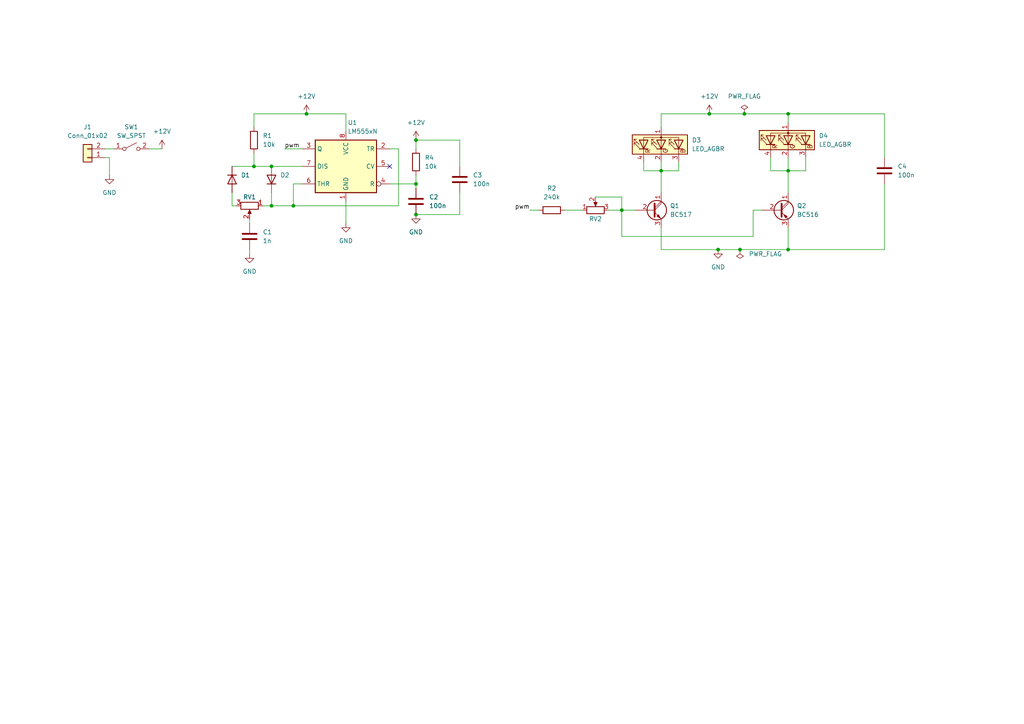
<source format=kicad_sch>
(kicad_sch (version 20211123) (generator eeschema)
  (paper "A4")
  (lib_symbols
    (symbol "Connector_Generic:Conn_01x02" (pin_names (offset 1.016) hide)
      (property "Reference" "J" (at 0 2.54 0))
      (property "Value" "Conn_01x02" (at 0 -5.08 0))
      (symbol "Conn_01x02_1_1"
        (rectangle (start -1.27 -2.413) (end 0 -2.667) (stroke (width 0.1524)))
        (rectangle (start -1.27 0.127) (end 0 -0.127) (stroke (width 0.1524)))
        (rectangle (start -1.27 1.27) (end 1.27 -3.81) (stroke (width 0.254)) (fill (type background)))
        (pin passive line (at -5.08 0 0) (length 3.81) (name "Pin_1") (number "1"))
        (pin passive line (at -5.08 -2.54 0) (length 3.81) (name "Pin_2") (number "2"))
      )
    )
    (symbol "Device:C" (pin_numbers hide) (pin_names (offset 0.254))
      (property "Reference" "C" (at 0.635 2.54 0))
      (property "Value" "C" (at 0.635 -2.54 0))
      (symbol "C_0_1"
        (polyline (pts (xy -2.032 -0.762) (xy 2.032 -0.762)) (stroke (width 0.508)))
        (polyline (pts (xy -2.032 0.762) (xy 2.032 0.762)) (stroke (width 0.508)))
      )
      (symbol "C_1_1"
        (pin passive line (at 0 3.81 270) (length 2.794) (name "~") (number "1"))
        (pin passive line (at 0 -3.81 90) (length 2.794) (name "~") (number "2"))
      )
    )
    (symbol "Device:LED_AGBR" (pin_names (offset 0) hide)
      (property "Reference" "D" (at 0 9.398 0))
      (property "Value" "LED_AGBR" (at 0 -8.89 0))
      (symbol "LED_AGBR_0_0"
        (text "B" (at -1.905 -6.35 0) (effects (font (size 1.27 1.27))))
        (text "G" (at -1.905 -1.27 0) (effects (font (size 1.27 1.27))))
        (text "R" (at -1.905 3.81 0) (effects (font (size 1.27 1.27))))
      )
      (symbol "LED_AGBR_0_1"
        (polyline (pts (xy -1.27 -5.08) (xy -2.54 -5.08)))
        (polyline (pts (xy -1.27 -5.08) (xy 1.27 -5.08)))
        (polyline (pts (xy -1.27 -3.81) (xy -1.27 -6.35)) (stroke (width 0.254)))
        (polyline (pts (xy -1.27 0) (xy -2.54 0)))
        (polyline (pts (xy -1.27 1.27) (xy -1.27 -1.27)) (stroke (width 0.254)))
        (polyline (pts (xy -1.27 5.08) (xy -2.54 5.08)))
        (polyline (pts (xy -1.27 5.08) (xy 1.27 5.08)))
        (polyline (pts (xy -1.27 6.35) (xy -1.27 3.81)) (stroke (width 0.254)))
        (polyline (pts (xy 1.27 0) (xy -1.27 0)))
        (polyline (pts (xy 1.27 0) (xy 2.54 0)))
        (polyline (pts (xy -1.27 1.27) (xy -1.27 -1.27) (xy -1.27 -1.27)))
        (polyline (pts (xy -1.27 6.35) (xy -1.27 3.81) (xy -1.27 3.81)))
        (polyline (pts (xy 1.27 -5.08) (xy 2.032 -5.08) (xy 2.032 5.08) (xy 1.27 5.08)))
        (polyline (pts (xy 1.27 -3.81) (xy 1.27 -6.35) (xy -1.27 -5.08) (xy 1.27 -3.81)) (stroke (width 0.254)))
        (polyline (pts (xy 1.27 1.27) (xy 1.27 -1.27) (xy -1.27 0) (xy 1.27 1.27)) (stroke (width 0.254)))
        (polyline (pts (xy 1.27 6.35) (xy 1.27 3.81) (xy -1.27 5.08) (xy 1.27 6.35)) (stroke (width 0.254)))
        (polyline (pts (xy -1.016 -3.81) (xy 0.508 -2.286) (xy -0.254 -2.286) (xy 0.508 -2.286) (xy 0.508 -3.048)))
        (polyline (pts (xy -1.016 1.27) (xy 0.508 2.794) (xy -0.254 2.794) (xy 0.508 2.794) (xy 0.508 2.032)))
        (polyline (pts (xy -1.016 6.35) (xy 0.508 7.874) (xy -0.254 7.874) (xy 0.508 7.874) (xy 0.508 7.112)))
        (polyline (pts (xy 0 -3.81) (xy 1.524 -2.286) (xy 0.762 -2.286) (xy 1.524 -2.286) (xy 1.524 -3.048)))
        (polyline (pts (xy 0 1.27) (xy 1.524 2.794) (xy 0.762 2.794) (xy 1.524 2.794) (xy 1.524 2.032)))
        (polyline (pts (xy 0 6.35) (xy 1.524 7.874) (xy 0.762 7.874) (xy 1.524 7.874) (xy 1.524 7.112)))
        (rectangle (start 1.27 -1.27) (end 1.27 1.27))
        (rectangle (start 1.27 1.27) (end 1.27 1.27))
        (rectangle (start 1.27 3.81) (end 1.27 6.35))
        (rectangle (start 1.27 6.35) (end 1.27 6.35))
        (circle (center 2.032 0) (radius 0.254) (fill (type outline)))
        (rectangle (start 2.794 8.382) (end -2.794 -7.62) (stroke (width 0.254)) (fill (type background)))
      )
      (symbol "LED_AGBR_1_1"
        (pin passive line (at 5.08 0 180) (length 2.54) (name "A") (number "1"))
        (pin passive line (at -5.08 0 0) (length 2.54) (name "GK") (number "2"))
        (pin passive line (at -5.08 -5.08 0) (length 2.54) (name "BK") (number "3"))
        (pin passive line (at -5.08 5.08 0) (length 2.54) (name "RK") (number "4"))
      )
    )
    (symbol "Device:R" (pin_numbers hide) (pin_names (offset 0))
      (property "Reference" "R" (at 2.032 0 90))
      (property "Value" "R" (at 0 0 90))
      (symbol "R_0_1"
        (rectangle (start -1.016 -2.54) (end 1.016 2.54) (stroke (width 0.254)))
      )
      (symbol "R_1_1"
        (pin passive line (at 0 3.81 270) (length 1.27) (name "~") (number "1"))
        (pin passive line (at 0 -3.81 90) (length 1.27) (name "~") (number "2"))
      )
    )
    (symbol "Device:R_Potentiometer" (pin_names (offset 1.016) hide)
      (property "Reference" "RV" (at -4.445 0 90))
      (property "Value" "R_Potentiometer" (at -2.54 0 90))
      (symbol "R_Potentiometer_0_1"
        (polyline (pts (xy 2.54 0) (xy 1.524 0)))
        (polyline (pts (xy 1.143 0) (xy 2.286 0.508) (xy 2.286 -0.508) (xy 1.143 0)) (fill (type outline)))
        (rectangle (start 1.016 2.54) (end -1.016 -2.54) (stroke (width 0.254)))
      )
      (symbol "R_Potentiometer_1_1"
        (pin passive line (at 0 3.81 270) (length 1.27) (name "1") (number "1"))
        (pin passive line (at 3.81 0 180) (length 1.27) (name "2") (number "2"))
        (pin passive line (at 0 -3.81 90) (length 1.27) (name "3") (number "3"))
      )
    )
    (symbol "Simulation_SPICE:DIODE" (pin_numbers hide) (pin_names (offset 1.016) hide)
      (property "Reference" "D" (at 0 2.54 0))
      (property "Value" "DIODE" (at 0 -2.54 0))
      (symbol "DIODE_0_1"
        (polyline (pts (xy 1.27 0) (xy -1.27 0)))
        (polyline (pts (xy 1.27 1.27) (xy 1.27 -1.27)) (stroke (width 0.254)))
        (polyline (pts (xy -1.27 -1.27) (xy -1.27 1.27) (xy 1.27 0) (xy -1.27 -1.27)) (stroke (width 0.254)))
      )
      (symbol "DIODE_1_1"
        (pin passive line (at -3.81 0 0) (length 2.54) (name "A") (number "1"))
        (pin passive line (at 3.81 0 180) (length 2.54) (name "K") (number "2"))
      )
    )
    (symbol "Switch:SW_SPST" (pin_names (offset 0) hide)
      (property "Reference" "SW" (at 0 3.175 0))
      (property "Value" "SW_SPST" (at 0 -2.54 0))
      (symbol "SW_SPST_0_0"
        (circle (center -2.032 0) (radius 0.508))
        (polyline (pts (xy -1.524 0.254) (xy 1.524 1.778)))
        (circle (center 2.032 0) (radius 0.508))
      )
      (symbol "SW_SPST_1_1"
        (pin passive line (at -5.08 0 0) (length 2.54) (name "A") (number "1"))
        (pin passive line (at 5.08 0 180) (length 2.54) (name "B") (number "2"))
      )
    )
    (symbol "Timer:LM555xN"
      (property "Reference" "U" (at -10.16 8.89 0))
      (property "Value" "LM555xN" (at 2.54 8.89 0))
      (symbol "LM555xN_0_0"
        (pin power_in line (at 0 -10.16 90) (length 2.54) (name "GND") (number "1"))
        (pin power_in line (at 0 10.16 270) (length 2.54) (name "VCC") (number "8"))
      )
      (symbol "LM555xN_0_1"
        (rectangle (start -8.89 -7.62) (end 8.89 7.62) (stroke (width 0.254)) (fill (type background)))
        (rectangle (start -8.89 -7.62) (end 8.89 7.62) (stroke (width 0.254)) (fill (type background)))
      )
      (symbol "LM555xN_1_1"
        (pin input line (at -12.7 5.08 0) (length 3.81) (name "TR") (number "2"))
        (pin output line (at 12.7 5.08 180) (length 3.81) (name "Q") (number "3"))
        (pin input inverted (at -12.7 -5.08 0) (length 3.81) (name "R") (number "4"))
        (pin input line (at -12.7 0 0) (length 3.81) (name "CV") (number "5"))
        (pin input line (at 12.7 -5.08 180) (length 3.81) (name "THR") (number "6"))
        (pin input line (at 12.7 0 180) (length 3.81) (name "DIS") (number "7"))
      )
    )
    (symbol "Transistor_BJT:BC516" (pin_names (offset 0) hide)
      (property "Reference" "Q" (at 5.08 1.905 0))
      (property "Value" "BC516" (at 5.08 0 0))
      (symbol "BC516_0_1"
        (polyline (pts (xy 0.635 0.635) (xy 2.54 2.54)))
        (polyline (pts (xy 0.635 -0.635) (xy 2.54 -2.54) (xy 2.54 -2.54)))
        (polyline (pts (xy 0.635 0) (xy 2.54 1.905) (xy 2.54 2.54)))
        (polyline (pts (xy 0.635 1.905) (xy 0.635 -1.905) (xy 0.635 -1.905)) (stroke (width 0.508)))
        (polyline (pts (xy 2.286 -1.778) (xy 1.778 -2.286) (xy 1.27 -1.27) (xy 2.286 -1.778) (xy 2.286 -1.778)) (fill (type outline)))
        (circle (center 1.27 0) (radius 2.8194) (stroke (width 0.254)))
      )
      (symbol "BC516_1_1"
        (pin passive line (at 2.54 5.08 270) (length 2.54) (name "C") (number "1"))
        (pin input line (at -5.08 0 0) (length 5.715) (name "B") (number "2"))
        (pin passive line (at 2.54 -5.08 90) (length 2.54) (name "E") (number "3"))
      )
    )
    (symbol "Transistor_BJT:BC517" (pin_names (offset 0) hide)
      (property "Reference" "Q" (at 5.08 1.905 0))
      (property "Value" "BC517" (at 5.08 0 0))
      (symbol "BC517_0_1"
        (polyline (pts (xy 0.635 0.635) (xy 2.54 2.54)))
        (polyline (pts (xy 0.635 -0.635) (xy 2.54 -2.54) (xy 2.54 -2.54)))
        (polyline (pts (xy 0.635 0) (xy 2.54 1.905) (xy 2.54 2.54)))
        (polyline (pts (xy 0.635 1.905) (xy 0.635 -1.905) (xy 0.635 -1.905)) (stroke (width 0.508)))
        (polyline (pts (xy 1.27 -1.778) (xy 1.778 -1.27) (xy 2.286 -2.286) (xy 1.27 -1.778) (xy 1.27 -1.778)) (fill (type outline)))
        (circle (center 1.27 0) (radius 2.8194) (stroke (width 0.254)))
      )
      (symbol "BC517_1_1"
        (pin passive line (at 2.54 5.08 270) (length 2.54) (name "C") (number "1"))
        (pin input line (at -5.08 0 0) (length 5.715) (name "B") (number "2"))
        (pin passive line (at 2.54 -5.08 90) (length 2.54) (name "E") (number "3"))
      )
    )
    (symbol "power:+12V" (power) (pin_names (offset 0))
      (property "Value" "+12V" (at 0 3.556 0))
      (symbol "+12V_0_1"
        (polyline (pts (xy -0.762 1.27) (xy 0 2.54)))
        (polyline (pts (xy 0 0) (xy 0 2.54)))
        (polyline (pts (xy 0 2.54) (xy 0.762 1.27)))
      )
      (symbol "+12V_1_1"
        (pin power_in line (at 0 0 90) (length 0) hide (name "+12V") (number "1"))
      )
    )
    (symbol "power:GND" (power) (pin_names (offset 0))
      (property "Value" "GND" (at 0 -3.81 0))
      (symbol "GND_0_1"
        (polyline (pts (xy 0 0) (xy 0 -1.27) (xy 1.27 -1.27) (xy 0 -2.54) (xy -1.27 -1.27) (xy 0 -1.27)))
      )
      (symbol "GND_1_1"
        (pin power_in line (at 0 0 270) (length 0) hide (name "GND") (number "1"))
      )
    )
    (symbol "power:PWR_FLAG" (power) (pin_numbers hide) (pin_names (offset 0) hide)
      (property "Value" "PWR_FLAG" (at 0 3.81 0))
      (symbol "PWR_FLAG_0_0"
        (pin power_out line (at 0 0 90) (length 0) (name "pwr") (number "1"))
      )
      (symbol "PWR_FLAG_0_1"
        (polyline (pts (xy 0 0) (xy 0 1.27) (xy -1.016 1.905) (xy 0 2.54) (xy 1.016 1.905) (xy 0 1.27)))
      )
    )
  )
  (junction (at 120.65 62.23))
  (junction (at 73.66 48.26))
  (junction (at 85.09 59.69))
  (junction (at 88.9 33.02))
  (junction (at 191.77 49.53))
  (junction (at 120.65 53.34))
  (junction (at 205.74 33.02))
  (junction (at 214.63 72.39))
  (junction (at 180.34 60.96))
  (junction (at 208.28 72.39))
  (junction (at 228.6 33.02))
  (junction (at 228.6 72.39))
  (junction (at 78.74 59.69))
  (junction (at 120.65 40.64))
  (junction (at 228.6 49.53))
  (junction (at 78.74 48.26))
  (junction (at 215.9 33.02))
  (no_connect (at 113.03 48.26))
  (wire (pts (xy 78.74 59.69) (xy 85.09 59.69)))
  (wire (pts (xy 82.55 43.18) (xy 87.63 43.18)))
  (wire (pts (xy 87.63 53.34) (xy 85.09 53.34)))
  (wire (pts (xy 191.77 49.53) (xy 196.85 49.53)))
  (wire (pts (xy 76.2 59.69) (xy 78.74 59.69)))
  (wire (pts (xy 218.44 68.58) (xy 218.44 60.96)))
  (wire (pts (xy 163.83 60.96) (xy 168.91 60.96)))
  (wire (pts (xy 233.68 45.72) (xy 233.68 49.53)))
  (wire (pts (xy 223.52 49.53) (xy 228.6 49.53)))
  (wire (pts (xy 208.28 72.39) (xy 214.63 72.39)))
  (wire (pts (xy 115.57 59.69) (xy 115.57 43.18)))
  (wire (pts (xy 233.68 49.53) (xy 228.6 49.53)))
  (wire (pts (xy 67.31 48.26) (xy 73.66 48.26)))
  (wire (pts (xy 186.69 46.99) (xy 186.69 49.53)))
  (wire (pts (xy 228.6 72.39) (xy 256.54 72.39)))
  (wire (pts (xy 214.63 72.39) (xy 228.6 72.39)))
  (wire (pts (xy 218.44 60.96) (xy 220.98 60.96)))
  (wire (pts (xy 228.6 33.02) (xy 256.54 33.02)))
  (wire (pts (xy 88.9 33.02) (xy 73.66 33.02)))
  (wire (pts (xy 30.48 45.72) (xy 31.75 45.72)))
  (wire (pts (xy 67.31 55.88) (xy 67.31 59.69)))
  (wire (pts (xy 43.18 43.18) (xy 46.99 43.18)))
  (wire (pts (xy 100.33 33.02) (xy 88.9 33.02)))
  (wire (pts (xy 85.09 59.69) (xy 115.57 59.69)))
  (wire (pts (xy 133.35 55.88) (xy 133.35 62.23)))
  (wire (pts (xy 113.03 53.34) (xy 120.65 53.34)))
  (wire (pts (xy 180.34 60.96) (xy 180.34 68.58)))
  (wire (pts (xy 205.74 33.02) (xy 215.9 33.02)))
  (wire (pts (xy 78.74 55.88) (xy 78.74 59.69)))
  (wire (pts (xy 186.69 49.53) (xy 191.77 49.53)))
  (wire (pts (xy 228.6 66.04) (xy 228.6 72.39)))
  (wire (pts (xy 228.6 45.72) (xy 228.6 49.53)))
  (wire (pts (xy 256.54 53.34) (xy 256.54 72.39)))
  (wire (pts (xy 68.58 59.69) (xy 67.31 59.69)))
  (wire (pts (xy 72.39 63.5) (xy 72.39 64.77)))
  (wire (pts (xy 133.35 40.64) (xy 120.65 40.64)))
  (wire (pts (xy 180.34 57.15) (xy 180.34 60.96)))
  (wire (pts (xy 176.53 60.96) (xy 180.34 60.96)))
  (wire (pts (xy 180.34 60.96) (xy 184.15 60.96)))
  (wire (pts (xy 73.66 48.26) (xy 78.74 48.26)))
  (wire (pts (xy 228.6 49.53) (xy 228.6 55.88)))
  (wire (pts (xy 191.77 72.39) (xy 208.28 72.39)))
  (wire (pts (xy 31.75 45.72) (xy 31.75 50.8)))
  (wire (pts (xy 72.39 73.66) (xy 72.39 72.39)))
  (wire (pts (xy 223.52 45.72) (xy 223.52 49.53)))
  (wire (pts (xy 215.9 33.02) (xy 228.6 33.02)))
  (wire (pts (xy 191.77 49.53) (xy 191.77 55.88)))
  (wire (pts (xy 85.09 53.34) (xy 85.09 59.69)))
  (wire (pts (xy 115.57 43.18) (xy 113.03 43.18)))
  (wire (pts (xy 30.48 43.18) (xy 33.02 43.18)))
  (wire (pts (xy 133.35 48.26) (xy 133.35 40.64)))
  (wire (pts (xy 153.67 60.96) (xy 156.21 60.96)))
  (wire (pts (xy 191.77 46.99) (xy 191.77 49.53)))
  (wire (pts (xy 73.66 44.45) (xy 73.66 48.26)))
  (wire (pts (xy 120.65 50.8) (xy 120.65 53.34)))
  (wire (pts (xy 78.74 48.26) (xy 87.63 48.26)))
  (wire (pts (xy 100.33 58.42) (xy 100.33 64.77)))
  (wire (pts (xy 120.65 53.34) (xy 120.65 54.61)))
  (wire (pts (xy 228.6 33.02) (xy 228.6 35.56)))
  (wire (pts (xy 191.77 33.02) (xy 205.74 33.02)))
  (wire (pts (xy 196.85 49.53) (xy 196.85 46.99)))
  (wire (pts (xy 191.77 72.39) (xy 191.77 66.04)))
  (wire (pts (xy 172.72 57.15) (xy 180.34 57.15)))
  (wire (pts (xy 120.65 40.64) (xy 120.65 43.18)))
  (wire (pts (xy 133.35 62.23) (xy 120.65 62.23)))
  (wire (pts (xy 256.54 33.02) (xy 256.54 45.72)))
  (wire (pts (xy 73.66 33.02) (xy 73.66 36.83)))
  (wire (pts (xy 180.34 68.58) (xy 218.44 68.58)))
  (wire (pts (xy 191.77 36.83) (xy 191.77 33.02)))
  (wire (pts (xy 100.33 38.1) (xy 100.33 33.02)))
  (label "pwm" (at 153.67 60.96 180))
  (label "pwm" (at 82.55 43.18 0))
  (symbol (lib_id "power:+12V") (at 205.74 33.02 0) (unit 1)
    (property "Reference" "#PWR07" (effects hide))
    (property "Value" "+12V" (at 205.74 27.94 0))
  )
  (symbol (lib_id "Device:R_Potentiometer") (at 72.39 59.69 270) (unit 1)
    (property "Reference" "RV1" (at 72.39 57.15 90))
    (property "Value" "10k" (effects hide))
    (property "Footprint" "Potentiometer_THT:Potentiometer_ACP_CA9-V10_Vertical_Hole" (effects hide))
  )
  (symbol (lib_id "power:GND") (at 208.28 72.39 0) (unit 1)
    (property "Reference" "#PWR06" (effects hide))
    (property "Value" "GND" (at 208.28 77.47 0))
  )
  (symbol (lib_id "power:GND") (at 72.39 73.66 0) (unit 1)
    (property "Reference" "#PWR01" (effects hide))
    (property "Value" "GND" (at 72.39 78.74 0))
  )
  (symbol (lib_id "power:GND") (at 31.75 50.8 0) (unit 1)
    (property "Reference" "#PWR08" (effects hide))
    (property "Value" "GND" (at 31.75 55.88 0))
  )
  (symbol (lib_id "Timer:LM555xN") (at 100.33 48.26 0) (mirror y) (unit 1)
    (property "Reference" "U1" (at 100.8506 35.56 0) (effects (justify right)))
    (property "Value" "LM555xN" (at 100.8506 38.1 0) (effects (justify right)))
    (property "Footprint" "Package_DIP:DIP-8_W7.62mm" (effects hide))
    (property "Datasheet" "http://www.ti.com/lit/ds/symlink/lm555.pdf" (effects hide))
  )
  (symbol (lib_id "power:GND") (at 120.65 62.23 0) (unit 1)
    (property "Reference" "#PWR05" (effects hide))
    (property "Value" "GND" (at 120.65 67.31 0))
  )
  (symbol (lib_id "Device:LED_AGBR") (at 191.77 41.91 90) (unit 1)
    (property "Reference" "D3" (at 200.66 40.6399 90) (effects (justify right)))
    (property "Value" "LED_AGBR" (at 200.66 43.1799 90) (effects (justify right)))
    (property "Footprint" "Connector_PinHeader_2.54mm:PinHeader_1x02_P2.54mm_Vertical" (effects hide))
  )
  (symbol (lib_id "Device:R_Potentiometer") (at 172.72 60.96 90) (unit 1)
    (property "Reference" "RV2" (at 172.72 63.5 90))
    (property "Value" "220k" (effects hide))
    (property "Footprint" "Potentiometer_THT:Potentiometer_ACP_CA9-V10_Vertical_Hole" (effects hide))
  )
  (symbol (lib_id "power:+12V") (at 120.65 40.64 0) (unit 1)
    (property "Reference" "#PWR04" (effects hide))
    (property "Value" "+12V" (at 120.65 35.56 0))
  )
  (symbol (lib_id "Simulation_SPICE:DIODE") (at 78.74 52.07 270) (unit 1)
    (property "Reference" "D2" (at 81.28 50.7999 90) (effects (justify left)))
    (property "Value" "DIODE" (effects hide))
    (property "Footprint" "Diode_THT:D_A-405_P7.62mm_Horizontal" (effects hide))
    (property "Spice_Netlist_Enabled" "Y" (effects hide))
    (property "Spice_Primitive" "D" (effects hide))
  )
  (symbol (lib_id "Device:C") (at 133.35 52.07 0) (unit 1)
    (property "Reference" "C3" (at 137.16 50.7999 0) (effects (justify left)))
    (property "Value" "100n" (at 137.16 53.3399 0) (effects (justify left)))
    (property "Footprint" "Capacitor_THT:C_Disc_D5.0mm_W2.5mm_P5.00mm" (effects hide))
  )
  (symbol (lib_id "Device:LED_AGBR") (at 228.6 40.64 90) (unit 1)
    (property "Reference" "D4" (at 237.49 39.3699 90) (effects (justify right)))
    (property "Value" "LED_AGBR" (at 237.49 41.9099 90) (effects (justify right)))
    (property "Footprint" "Connector_PinHeader_2.54mm:PinHeader_1x02_P2.54mm_Vertical" (effects hide))
  )
  (symbol (lib_id "Switch:SW_SPST") (at 38.1 43.18 0) (unit 1)
    (property "Reference" "SW1" (at 38.1 36.83 0))
    (property "Value" "SW_SPST" (at 38.1 39.37 0))
    (property "Footprint" "Connector_PinHeader_2.54mm:PinHeader_1x03_P2.54mm_Vertical" (effects hide))
  )
  (symbol (lib_id "Device:R") (at 73.66 40.64 0) (unit 1)
    (property "Reference" "R1" (at 76.2 39.3699 0) (effects (justify left)))
    (property "Value" "10k" (at 76.2 41.9099 0) (effects (justify left)))
    (property "Footprint" "Resistor_THT:R_Axial_DIN0207_L6.3mm_D2.5mm_P7.62mm_Horizontal" (effects hide))
  )
  (symbol (lib_id "Connector_Generic:Conn_01x02") (at 25.4 45.72 180) (unit 1)
    (property "Reference" "J1" (at 25.4 36.83 0))
    (property "Value" "Conn_01x02" (at 25.4 39.37 0))
    (property "Footprint" "Connector_PinHeader_2.54mm:PinHeader_1x02_P2.54mm_Vertical" (effects hide))
  )
  (symbol (lib_id "power:GND") (at 100.33 64.77 0) (unit 1)
    (property "Reference" "#PWR03" (effects hide))
    (property "Value" "GND" (at 100.33 69.85 0))
  )
  (symbol (lib_id "power:PWR_FLAG") (at 214.63 72.39 180) (unit 1)
    (property "Reference" "#FLG0102" (effects hide))
    (property "Value" "PWR_FLAG" (at 217.17 73.6599 0) (effects (justify right)))
  )
  (symbol (lib_id "Device:C") (at 256.54 49.53 0) (unit 1)
    (property "Reference" "C4" (at 260.35 48.2599 0) (effects (justify left)))
    (property "Value" "100n" (at 260.35 50.7999 0) (effects (justify left)))
    (property "Footprint" "Capacitor_THT:C_Disc_D5.0mm_W2.5mm_P5.00mm" (effects hide))
  )
  (symbol (lib_id "power:PWR_FLAG") (at 215.9 33.02 0) (unit 1)
    (property "Reference" "#FLG0101" (effects hide))
    (property "Value" "PWR_FLAG" (at 215.9 27.94 0))
  )
  (symbol (lib_id "Device:C") (at 72.39 68.58 0) (unit 1)
    (property "Reference" "C1" (at 76.2 67.3099 0) (effects (justify left)))
    (property "Value" "1n" (at 76.2 69.8499 0) (effects (justify left)))
    (property "Footprint" "Capacitor_THT:C_Disc_D5.0mm_W2.5mm_P5.00mm" (effects hide))
  )
  (symbol (lib_id "Transistor_BJT:BC517") (at 189.23 60.96 0) (unit 1)
    (property "Reference" "Q1" (at 194.31 59.6899 0) (effects (justify left)))
    (property "Value" "BC517" (at 194.31 62.2299 0) (effects (justify left)))
    (property "Footprint" "Package_TO_SOT_THT:TO-92_Inline" (effects hide))
    (property "Datasheet" "https://www.onsemi.com/pub/Collateral/BC517-D74Z-D.PDF" (effects hide))
  )
  (symbol (lib_id "Device:R") (at 120.65 46.99 0) (unit 1)
    (property "Reference" "R4" (at 123.19 45.7199 0) (effects (justify left)))
    (property "Value" "10k" (at 123.19 48.2599 0) (effects (justify left)))
    (property "Footprint" "Resistor_THT:R_Axial_DIN0207_L6.3mm_D2.5mm_P7.62mm_Horizontal" (effects hide))
  )
  (symbol (lib_id "Simulation_SPICE:DIODE") (at 67.31 52.07 90) (unit 1)
    (property "Reference" "D1" (at 69.85 50.7999 90) (effects (justify right)))
    (property "Value" "DIODE" (effects hide))
    (property "Footprint" "Diode_THT:D_A-405_P7.62mm_Horizontal" (effects hide))
    (property "Spice_Netlist_Enabled" "Y" (effects hide))
    (property "Spice_Primitive" "D" (effects hide))
  )
  (symbol (lib_id "power:+12V") (at 46.99 43.18 0) (unit 1)
    (property "Reference" "#PWR09" (effects hide))
    (property "Value" "+12V" (at 46.99 38.1 0))
  )
  (symbol (lib_id "Transistor_BJT:BC516") (at 226.06 60.96 0) (unit 1)
    (property "Reference" "Q2" (at 231.14 59.6899 0) (effects (justify left)))
    (property "Value" "BC516" (at 231.14 62.2299 0) (effects (justify left)))
    (property "Footprint" "Package_TO_SOT_THT:TO-92_Inline" (effects hide))
    (property "Datasheet" "https://www.onsemi.com/pub/Collateral/BC516-D.PDF" (effects hide))
  )
  (symbol (lib_id "power:+12V") (at 88.9 33.02 0) (unit 1)
    (property "Reference" "#PWR02" (effects hide))
    (property "Value" "+12V" (at 88.9 27.94 0))
  )
  (symbol (lib_id "Device:C") (at 120.65 58.42 0) (unit 1)
    (property "Reference" "C2" (at 124.46 57.1499 0) (effects (justify left)))
    (property "Value" "100n" (at 124.46 59.6899 0) (effects (justify left)))
    (property "Footprint" "Capacitor_THT:C_Disc_D5.0mm_W2.5mm_P5.00mm" (effects hide))
  )
  (symbol (lib_id "Device:R") (at 160.02 60.96 90) (unit 1)
    (property "Reference" "R2" (at 160.02 54.61 90))
    (property "Value" "240k" (at 160.02 57.15 90))
    (property "Footprint" "Resistor_THT:R_Axial_DIN0207_L6.3mm_D2.5mm_P7.62mm_Horizontal" (effects hide))
  )
)
</source>
